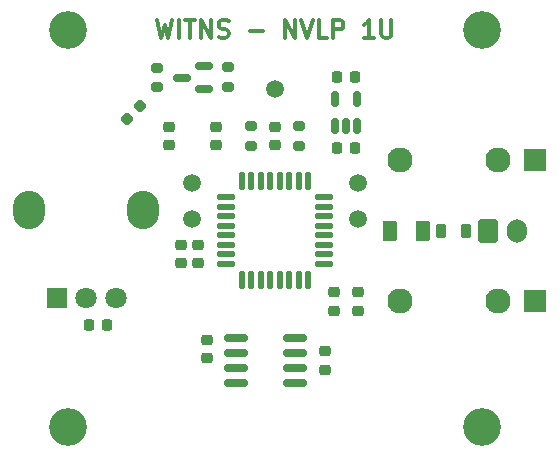
<source format=gbr>
%TF.GenerationSoftware,KiCad,Pcbnew,(6.0.8)*%
%TF.CreationDate,2022-10-28T15:06:34+02:00*%
%TF.ProjectId,eurorack_nvlp_1u,6575726f-7261-4636-9b5f-6e766c705f31,rev?*%
%TF.SameCoordinates,Original*%
%TF.FileFunction,Soldermask,Top*%
%TF.FilePolarity,Negative*%
%FSLAX46Y46*%
G04 Gerber Fmt 4.6, Leading zero omitted, Abs format (unit mm)*
G04 Created by KiCad (PCBNEW (6.0.8)) date 2022-10-28 15:06:34*
%MOMM*%
%LPD*%
G01*
G04 APERTURE LIST*
G04 Aperture macros list*
%AMRoundRect*
0 Rectangle with rounded corners*
0 $1 Rounding radius*
0 $2 $3 $4 $5 $6 $7 $8 $9 X,Y pos of 4 corners*
0 Add a 4 corners polygon primitive as box body*
4,1,4,$2,$3,$4,$5,$6,$7,$8,$9,$2,$3,0*
0 Add four circle primitives for the rounded corners*
1,1,$1+$1,$2,$3*
1,1,$1+$1,$4,$5*
1,1,$1+$1,$6,$7*
1,1,$1+$1,$8,$9*
0 Add four rect primitives between the rounded corners*
20,1,$1+$1,$2,$3,$4,$5,0*
20,1,$1+$1,$4,$5,$6,$7,0*
20,1,$1+$1,$6,$7,$8,$9,0*
20,1,$1+$1,$8,$9,$2,$3,0*%
G04 Aperture macros list end*
%ADD10C,0.300000*%
%ADD11RoundRect,0.250000X0.375000X0.625000X-0.375000X0.625000X-0.375000X-0.625000X0.375000X-0.625000X0*%
%ADD12RoundRect,0.218750X0.218750X0.381250X-0.218750X0.381250X-0.218750X-0.381250X0.218750X-0.381250X0*%
%ADD13C,3.200000*%
%ADD14RoundRect,0.225000X0.250000X-0.225000X0.250000X0.225000X-0.250000X0.225000X-0.250000X-0.225000X0*%
%ADD15RoundRect,0.225000X-0.250000X0.225000X-0.250000X-0.225000X0.250000X-0.225000X0.250000X0.225000X0*%
%ADD16R,1.830000X1.930000*%
%ADD17C,2.130000*%
%ADD18C,1.500000*%
%ADD19RoundRect,0.218750X-0.026517X0.335876X-0.335876X0.026517X0.026517X-0.335876X0.335876X-0.026517X0*%
%ADD20RoundRect,0.225000X-0.225000X-0.250000X0.225000X-0.250000X0.225000X0.250000X-0.225000X0.250000X0*%
%ADD21RoundRect,0.150000X0.587500X0.150000X-0.587500X0.150000X-0.587500X-0.150000X0.587500X-0.150000X0*%
%ADD22RoundRect,0.200000X-0.275000X0.200000X-0.275000X-0.200000X0.275000X-0.200000X0.275000X0.200000X0*%
%ADD23RoundRect,0.125000X-0.625000X-0.125000X0.625000X-0.125000X0.625000X0.125000X-0.625000X0.125000X0*%
%ADD24RoundRect,0.125000X-0.125000X-0.625000X0.125000X-0.625000X0.125000X0.625000X-0.125000X0.625000X0*%
%ADD25O,2.720000X3.240000*%
%ADD26R,1.800000X1.800000*%
%ADD27C,1.800000*%
%ADD28RoundRect,0.150000X0.150000X-0.512500X0.150000X0.512500X-0.150000X0.512500X-0.150000X-0.512500X0*%
%ADD29RoundRect,0.200000X0.275000X-0.200000X0.275000X0.200000X-0.275000X0.200000X-0.275000X-0.200000X0*%
%ADD30RoundRect,0.218750X-0.256250X0.218750X-0.256250X-0.218750X0.256250X-0.218750X0.256250X0.218750X0*%
%ADD31RoundRect,0.150000X-0.825000X-0.150000X0.825000X-0.150000X0.825000X0.150000X-0.825000X0.150000X0*%
%ADD32RoundRect,0.250000X-0.600000X-0.750000X0.600000X-0.750000X0.600000X0.750000X-0.600000X0.750000X0*%
%ADD33O,1.700000X2.000000*%
G04 APERTURE END LIST*
D10*
X40400000Y-27578571D02*
X40757142Y-29078571D01*
X41042857Y-28007142D01*
X41328571Y-29078571D01*
X41685714Y-27578571D01*
X42257142Y-29078571D02*
X42257142Y-27578571D01*
X42757142Y-27578571D02*
X43614285Y-27578571D01*
X43185714Y-29078571D02*
X43185714Y-27578571D01*
X44114285Y-29078571D02*
X44114285Y-27578571D01*
X44971428Y-29078571D01*
X44971428Y-27578571D01*
X45614285Y-29007142D02*
X45828571Y-29078571D01*
X46185714Y-29078571D01*
X46328571Y-29007142D01*
X46400000Y-28935714D01*
X46471428Y-28792857D01*
X46471428Y-28650000D01*
X46400000Y-28507142D01*
X46328571Y-28435714D01*
X46185714Y-28364285D01*
X45900000Y-28292857D01*
X45757142Y-28221428D01*
X45685714Y-28150000D01*
X45614285Y-28007142D01*
X45614285Y-27864285D01*
X45685714Y-27721428D01*
X45757142Y-27650000D01*
X45900000Y-27578571D01*
X46257142Y-27578571D01*
X46471428Y-27650000D01*
X48257142Y-28507142D02*
X49400000Y-28507142D01*
X51257142Y-29078571D02*
X51257142Y-27578571D01*
X52114285Y-29078571D01*
X52114285Y-27578571D01*
X52614285Y-27578571D02*
X53114285Y-29078571D01*
X53614285Y-27578571D01*
X54828571Y-29078571D02*
X54114285Y-29078571D01*
X54114285Y-27578571D01*
X55328571Y-29078571D02*
X55328571Y-27578571D01*
X55900000Y-27578571D01*
X56042857Y-27650000D01*
X56114285Y-27721428D01*
X56185714Y-27864285D01*
X56185714Y-28078571D01*
X56114285Y-28221428D01*
X56042857Y-28292857D01*
X55900000Y-28364285D01*
X55328571Y-28364285D01*
X58757142Y-29078571D02*
X57900000Y-29078571D01*
X58328571Y-29078571D02*
X58328571Y-27578571D01*
X58185714Y-27792857D01*
X58042857Y-27935714D01*
X57900000Y-28007142D01*
X59400000Y-27578571D02*
X59400000Y-28792857D01*
X59471428Y-28935714D01*
X59542857Y-29007142D01*
X59685714Y-29078571D01*
X59971428Y-29078571D01*
X60114285Y-29007142D01*
X60185714Y-28935714D01*
X60257142Y-28792857D01*
X60257142Y-27578571D01*
D11*
%TO.C,F101*%
X62900000Y-45400000D03*
X60100000Y-45400000D03*
%TD*%
D12*
%TO.C,FB101*%
X66562500Y-45400000D03*
X64437500Y-45400000D03*
%TD*%
D13*
%TO.C,H103*%
X67900000Y-62050000D03*
%TD*%
D14*
%TO.C,C105*%
X41400000Y-38175000D03*
X41400000Y-36625000D03*
%TD*%
D15*
%TO.C,C104*%
X57400000Y-50625000D03*
X57400000Y-52175000D03*
%TD*%
D16*
%TO.C,J101*%
X72400000Y-39400000D03*
D17*
X61000000Y-39400000D03*
X69300000Y-39400000D03*
%TD*%
D18*
%TO.C,TP103*%
X50400000Y-33400000D03*
%TD*%
D16*
%TO.C,J102*%
X72400000Y-51400000D03*
D17*
X61000000Y-51400000D03*
X69300000Y-51400000D03*
%TD*%
D19*
%TO.C,L101*%
X38956847Y-34843153D03*
X37843153Y-35956847D03*
%TD*%
D20*
%TO.C,C109*%
X34625000Y-53400000D03*
X36175000Y-53400000D03*
%TD*%
D18*
%TO.C,TP102*%
X57400000Y-41400000D03*
%TD*%
D14*
%TO.C,C111*%
X54600000Y-57175000D03*
X54600000Y-55625000D03*
%TD*%
D15*
%TO.C,C102*%
X42400000Y-46625000D03*
X42400000Y-48175000D03*
%TD*%
%TO.C,C106*%
X55400000Y-50625000D03*
X55400000Y-52175000D03*
%TD*%
D18*
%TO.C,TP101*%
X43400000Y-41400000D03*
%TD*%
D21*
%TO.C,Q101*%
X44400000Y-33400000D03*
X44400000Y-31500000D03*
X42525000Y-32450000D03*
%TD*%
D13*
%TO.C,H102*%
X67900000Y-28400000D03*
%TD*%
D18*
%TO.C,TP105*%
X43400000Y-44400000D03*
%TD*%
D22*
%TO.C,R103*%
X46400000Y-31575000D03*
X46400000Y-33225000D03*
%TD*%
D14*
%TO.C,C107*%
X45400000Y-38175000D03*
X45400000Y-36625000D03*
%TD*%
D15*
%TO.C,C110*%
X44600000Y-54625000D03*
X44600000Y-56175000D03*
%TD*%
D20*
%TO.C,C103*%
X55625000Y-38400000D03*
X57175000Y-38400000D03*
%TD*%
D23*
%TO.C,U101*%
X46225000Y-42600000D03*
X46225000Y-43400000D03*
X46225000Y-44200000D03*
X46225000Y-45000000D03*
X46225000Y-45800000D03*
X46225000Y-46600000D03*
X46225000Y-47400000D03*
X46225000Y-48200000D03*
D24*
X47600000Y-49575000D03*
X48400000Y-49575000D03*
X49200000Y-49575000D03*
X50000000Y-49575000D03*
X50800000Y-49575000D03*
X51600000Y-49575000D03*
X52400000Y-49575000D03*
X53200000Y-49575000D03*
D23*
X54575000Y-48200000D03*
X54575000Y-47400000D03*
X54575000Y-46600000D03*
X54575000Y-45800000D03*
X54575000Y-45000000D03*
X54575000Y-44200000D03*
X54575000Y-43400000D03*
X54575000Y-42600000D03*
D24*
X53200000Y-41225000D03*
X52400000Y-41225000D03*
X51600000Y-41225000D03*
X50800000Y-41225000D03*
X50000000Y-41225000D03*
X49200000Y-41225000D03*
X48400000Y-41225000D03*
X47600000Y-41225000D03*
%TD*%
D20*
%TO.C,C108*%
X55625000Y-32400000D03*
X57175000Y-32400000D03*
%TD*%
D15*
%TO.C,C101*%
X43900000Y-46625000D03*
X43900000Y-48175000D03*
%TD*%
D13*
%TO.C,H104*%
X32900000Y-62050000D03*
%TD*%
D25*
%TO.C,RV101*%
X39200000Y-43625000D03*
X29600000Y-43625000D03*
D26*
X31900000Y-51125000D03*
D27*
X34400000Y-51125000D03*
X36900000Y-51125000D03*
%TD*%
D28*
%TO.C,U103*%
X55450000Y-36537500D03*
X56400000Y-36537500D03*
X57350000Y-36537500D03*
X57350000Y-34262500D03*
X55450000Y-34262500D03*
%TD*%
D18*
%TO.C,TP104*%
X57400000Y-44400000D03*
%TD*%
D29*
%TO.C,R104*%
X40400000Y-33275000D03*
X40400000Y-31625000D03*
%TD*%
%TO.C,R101*%
X48400000Y-38225000D03*
X48400000Y-36575000D03*
%TD*%
D30*
%TO.C,D101*%
X50400000Y-36612500D03*
X50400000Y-38187500D03*
%TD*%
D31*
%TO.C,U102*%
X47125000Y-54495000D03*
X47125000Y-55765000D03*
X47125000Y-57035000D03*
X47125000Y-58305000D03*
X52075000Y-58305000D03*
X52075000Y-57035000D03*
X52075000Y-55765000D03*
X52075000Y-54495000D03*
%TD*%
D13*
%TO.C,H101*%
X32900000Y-28400000D03*
%TD*%
D22*
%TO.C,R102*%
X52400000Y-36575000D03*
X52400000Y-38225000D03*
%TD*%
D32*
%TO.C,J103*%
X68400000Y-45400000D03*
D33*
X70900000Y-45400000D03*
%TD*%
M02*

</source>
